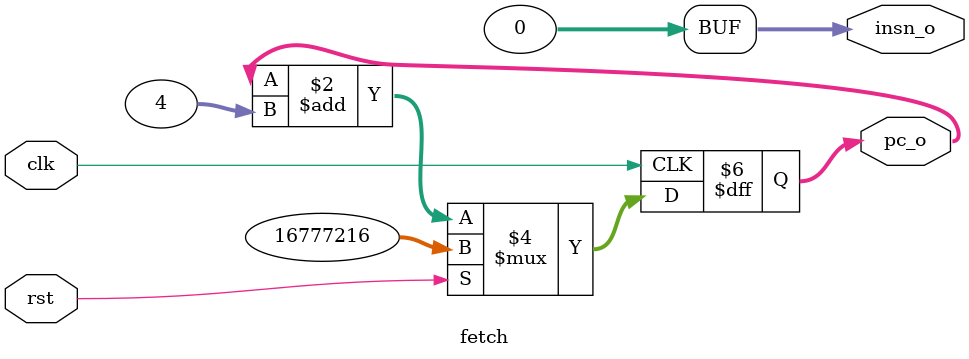
<source format=sv>
/*
 * Module: fetch
 *
 * Description: Fetch stage
 *
 * Inputs:
 * 1) clk
 * 2) rst signal
 *
 * Outputs:
 * 1) AWIDTH wide program counter pc_o
 * 2) DWIDTH wide instruction output insn_o
 */

module fetch #(
    parameter int DWIDTH=32,
    parameter int AWIDTH=32,
    parameter int BASEADDR=32'h01000000
    )(
	// inputs
	input logic clk,
	input logic rst,
	// outputs	
	output logic [AWIDTH - 1:0] pc_o,
    output logic [DWIDTH - 1:0] insn_o
);
    /*
     * Process definitions to be filled by
     * student below...
     */

    /*
     * Program Counter sequential logic
     * If reset, program counter is reset to base address.
     * Otherwise, increment by 4.
     */
    always_ff @(posedge clk) begin
        if (rst) begin
            pc_o <= BASEADDR;
        end
        else begin
            pc_o <= pc_o + 4;
        end
    end

    // Assignment to avoid compile error of unconnected output.
    assign insn_o = {DWIDTH{1'b0}};

endmodule : fetch
				
</source>
